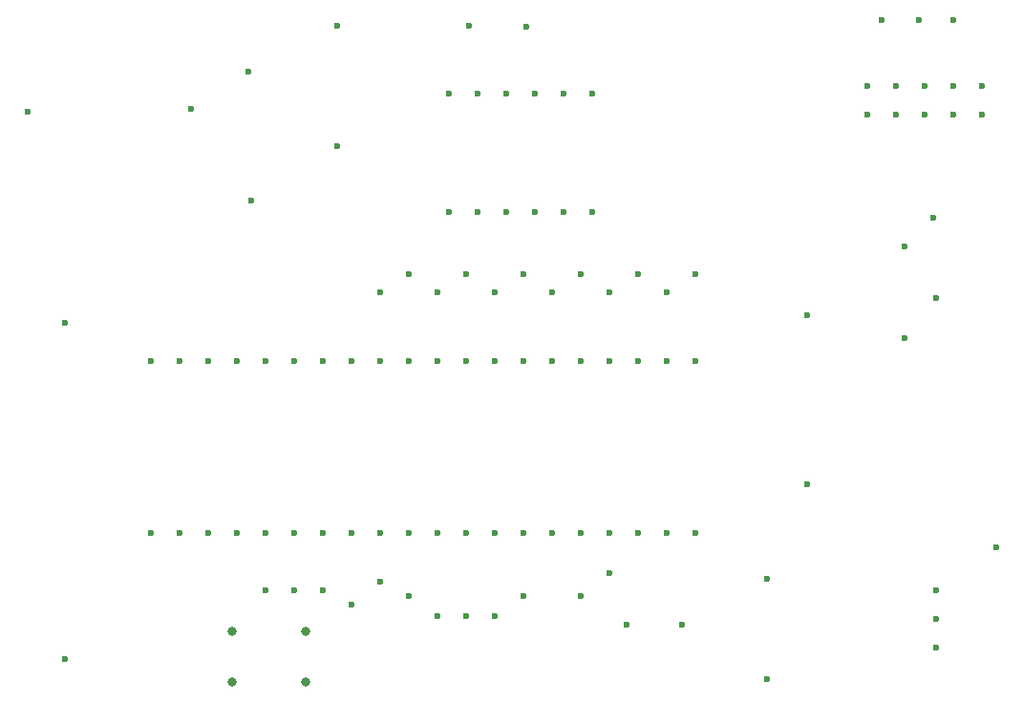
<source format=gbr>
G04 Generated by Ultiboard 14.0 *
%FSLAX34Y34*%
%MOMM*%

%ADD10C,0.0001*%
%ADD11C,0.6000*%
%ADD12C,0.8000*%


G04 ColorRGB 000000 for the following layer *
%LNDrill-Copper Top-Copper Bottom*%
%LPD*%
G54D11*
X563880Y157480D03*
X612563Y157480D03*
X370840Y468000D03*
X472440Y468000D03*
X624840Y468000D03*
X345440Y452000D03*
X396240Y452000D03*
X447040Y452000D03*
X548640Y452000D03*
X599440Y452000D03*
X421640Y468000D03*
X523240Y468000D03*
X574040Y468000D03*
X345440Y195580D03*
X370840Y182880D03*
X396240Y165100D03*
X320040Y175260D03*
X421640Y165100D03*
X447040Y165100D03*
X472440Y182880D03*
X523240Y182880D03*
X548640Y203200D03*
X822960Y693420D03*
X789940Y693420D03*
X853440Y693420D03*
X243840Y187960D03*
X269240Y187960D03*
X294640Y187960D03*
X497600Y452000D03*
X66040Y425000D03*
X406400Y628120D03*
X431800Y628120D03*
X457200Y628120D03*
X482600Y628120D03*
X508000Y628120D03*
X533400Y628120D03*
X406400Y523120D03*
X431800Y523120D03*
X457200Y523120D03*
X482600Y523120D03*
X508000Y523120D03*
X533400Y523120D03*
X838200Y137160D03*
X838200Y162560D03*
X838200Y187960D03*
X723900Y281940D03*
X424180Y688340D03*
X228600Y647700D03*
X307340Y688340D03*
X838200Y447040D03*
X810260Y411480D03*
X777240Y635000D03*
X777240Y609600D03*
X878840Y609600D03*
X853440Y609600D03*
X828040Y609600D03*
X878840Y635000D03*
X802640Y635000D03*
X802640Y609600D03*
X828040Y635000D03*
X853440Y635000D03*
X218440Y238760D03*
X624840Y238760D03*
X269240Y391160D03*
X193040Y391160D03*
X167640Y391160D03*
X142240Y391160D03*
X243840Y391160D03*
X218440Y391160D03*
X421640Y391160D03*
X345440Y391160D03*
X320040Y391160D03*
X294640Y391160D03*
X396240Y391160D03*
X370840Y391160D03*
X497840Y391160D03*
X472440Y391160D03*
X447040Y391160D03*
X574040Y391160D03*
X548640Y391160D03*
X523240Y391160D03*
X599440Y391160D03*
X624840Y391160D03*
X142240Y238760D03*
X269240Y238760D03*
X193040Y238760D03*
X167640Y238760D03*
X243840Y238760D03*
X421640Y238760D03*
X345440Y238760D03*
X320040Y238760D03*
X294640Y238760D03*
X370840Y238760D03*
X396240Y238760D03*
X497840Y238760D03*
X447040Y238760D03*
X472440Y238760D03*
X574040Y238760D03*
X523240Y238760D03*
X548640Y238760D03*
X599440Y238760D03*
X835660Y518160D03*
X231140Y533400D03*
X474980Y687000D03*
X723900Y431800D03*
X66040Y127000D03*
X33020Y612140D03*
X177800Y614680D03*
X810260Y492760D03*
X307340Y581660D03*
X688340Y198120D03*
X688340Y109220D03*
X891540Y226060D03*
G54D12*
X279400Y106680D03*
X279400Y151553D03*
X214207Y106680D03*
X214207Y151553D03*

M02*

</source>
